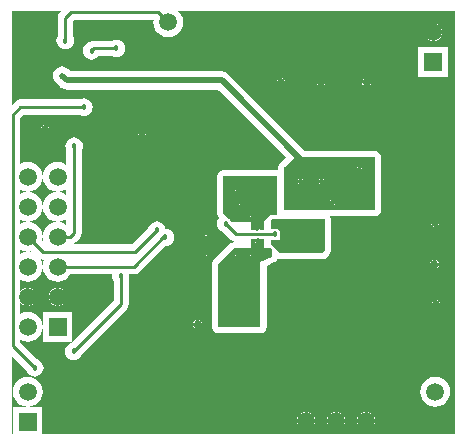
<source format=gbl>
G04 Layer_Physical_Order=2*
G04 Layer_Color=16711680*
%FSLAX44Y44*%
%MOMM*%
G71*
G01*
G75*
%ADD24C,0.2540*%
%ADD25C,0.5080*%
%ADD30C,0.7620*%
%ADD31C,0.4572*%
%ADD32R,1.5000X1.5000*%
%ADD33C,1.5000*%
%ADD34R,1.5000X1.5000*%
%ADD35C,0.5080*%
%ADD36C,0.6000*%
G36*
X382337Y7045D02*
X32646D01*
Y30233D01*
X7486D01*
Y7045D01*
X7045D01*
Y73334D01*
X19026Y61353D01*
X19728Y59658D01*
X20909Y58120D01*
X22447Y56939D01*
X24239Y56197D01*
X26162Y55943D01*
X28085Y56197D01*
X29877Y56939D01*
X31416Y58120D01*
X32596Y59658D01*
X33338Y61450D01*
X33592Y63373D01*
X33338Y65296D01*
X32596Y67088D01*
X31416Y68626D01*
X29877Y69807D01*
X28182Y70509D01*
X13840Y84851D01*
Y87133D01*
X16782Y85915D01*
X20066Y85483D01*
X23350Y85915D01*
X26410Y87182D01*
X29038Y89199D01*
X31055Y91827D01*
X32322Y94887D01*
X32754Y98171D01*
X32322Y101455D01*
X31055Y104515D01*
X29038Y107143D01*
X26410Y109160D01*
X23350Y110427D01*
X20066Y110859D01*
X16782Y110427D01*
X13840Y109209D01*
Y119364D01*
X14717Y118222D01*
X16284Y117020D01*
X18108Y116264D01*
X18796Y116173D01*
Y123571D01*
Y130969D01*
X18108Y130878D01*
X16284Y130122D01*
X14717Y128920D01*
X13840Y127778D01*
Y137933D01*
X16782Y136715D01*
X20066Y136283D01*
X23350Y136715D01*
X26410Y137982D01*
X29038Y139999D01*
X31055Y142627D01*
X32322Y145687D01*
X32754Y148971D01*
X32322Y152255D01*
X31055Y155315D01*
X31038Y155337D01*
X33020Y154943D01*
X34323D01*
X33210Y152255D01*
X32778Y148971D01*
X33210Y145687D01*
X34477Y142627D01*
X36494Y139999D01*
X39122Y137982D01*
X42182Y136715D01*
X45466Y136283D01*
X48750Y136715D01*
X51810Y137982D01*
X54438Y139999D01*
X56355Y142497D01*
X91561D01*
X91376Y141097D01*
X91630Y139174D01*
X92372Y137382D01*
X92840Y136773D01*
Y120157D01*
X57162Y84479D01*
X55467Y83777D01*
X53928Y82597D01*
X52748Y81058D01*
X52006Y79266D01*
X51752Y77343D01*
X52006Y75420D01*
X52748Y73628D01*
X53928Y72090D01*
X55467Y70909D01*
X57259Y70167D01*
X59182Y69913D01*
X61105Y70167D01*
X62897Y70909D01*
X64436Y72090D01*
X65616Y73628D01*
X66318Y75323D01*
X103892Y112897D01*
X105296Y114997D01*
X105788Y117475D01*
Y138706D01*
X105982Y139174D01*
X106236Y141097D01*
X106051Y142497D01*
X109982D01*
X112460Y142989D01*
X114560Y144393D01*
X136607Y166439D01*
X136652Y166433D01*
X138575Y166687D01*
X140367Y167429D01*
X141905Y168610D01*
X143086Y170148D01*
X143828Y171940D01*
X144082Y173863D01*
X143828Y175786D01*
X143086Y177578D01*
X141905Y179116D01*
X140367Y180297D01*
X138575Y181039D01*
X136797Y181273D01*
X136716Y181882D01*
X135974Y183674D01*
X134794Y185212D01*
X133255Y186393D01*
X131463Y187135D01*
X129540Y187389D01*
X127617Y187135D01*
X125825Y186393D01*
X124286Y185212D01*
X123106Y183674D01*
X122404Y181979D01*
X108316Y167891D01*
X56351D01*
X56395Y167948D01*
X58612Y168389D01*
X60712Y169793D01*
X64014Y173095D01*
X65418Y175195D01*
X65910Y177673D01*
Y247461D01*
X66612Y249156D01*
X66866Y251079D01*
X66612Y253002D01*
X65870Y254794D01*
X64689Y256332D01*
X63151Y257513D01*
X61359Y258255D01*
X59436Y258509D01*
X57513Y258255D01*
X55721Y257513D01*
X54183Y256332D01*
X53002Y254794D01*
X52260Y253002D01*
X52006Y251079D01*
X52260Y249156D01*
X52962Y247461D01*
Y235276D01*
X51810Y236160D01*
X48750Y237427D01*
X45466Y237859D01*
X42182Y237427D01*
X39122Y236160D01*
X36494Y234143D01*
X34477Y231515D01*
X33210Y228455D01*
X32778Y225171D01*
X33210Y221887D01*
X34477Y218827D01*
X36494Y216199D01*
X39122Y214182D01*
X42182Y212915D01*
X45466Y212482D01*
X48750Y212915D01*
X51810Y214182D01*
X52962Y215066D01*
Y209876D01*
X51810Y210760D01*
X48750Y212027D01*
X45466Y212460D01*
X42182Y212027D01*
X39122Y210760D01*
X36494Y208743D01*
X34477Y206115D01*
X33210Y203055D01*
X32778Y199771D01*
X33210Y196487D01*
X34477Y193427D01*
X36494Y190799D01*
X39122Y188782D01*
X42182Y187515D01*
X45466Y187083D01*
X48750Y187515D01*
X51810Y188782D01*
X52962Y189666D01*
Y184476D01*
X51810Y185360D01*
X48750Y186627D01*
X45466Y187059D01*
X42182Y186627D01*
X39122Y185360D01*
X36494Y183343D01*
X34477Y180715D01*
X33210Y177655D01*
X32778Y174371D01*
X33210Y171087D01*
X33707Y169886D01*
X32344Y171250D01*
X32754Y174371D01*
X32322Y177655D01*
X31055Y180715D01*
X29038Y183343D01*
X26410Y185360D01*
X23350Y186627D01*
X20066Y187059D01*
X16782Y186627D01*
X13840Y185409D01*
Y188733D01*
X16782Y187515D01*
X20066Y187083D01*
X23350Y187515D01*
X26410Y188782D01*
X29038Y190799D01*
X31055Y193427D01*
X32322Y196487D01*
X32754Y199771D01*
X32322Y203055D01*
X31055Y206115D01*
X29038Y208743D01*
X26410Y210760D01*
X23350Y212027D01*
X20066Y212460D01*
X16782Y212027D01*
X13840Y210809D01*
Y214133D01*
X16782Y212915D01*
X20066Y212482D01*
X23350Y212915D01*
X26410Y214182D01*
X29038Y216199D01*
X31055Y218827D01*
X32322Y221887D01*
X32754Y225171D01*
X32322Y228455D01*
X31055Y231515D01*
X29038Y234143D01*
X26410Y236160D01*
X23350Y237427D01*
X20066Y237859D01*
X16782Y237427D01*
X13840Y236209D01*
Y274813D01*
X16704Y277677D01*
X64148D01*
X65843Y276975D01*
X67766Y276721D01*
X69689Y276975D01*
X71481Y277717D01*
X73019Y278898D01*
X74200Y280436D01*
X74942Y282228D01*
X75195Y284151D01*
X74942Y286074D01*
X74200Y287866D01*
X73019Y289405D01*
X71481Y290585D01*
X69689Y291327D01*
X67766Y291581D01*
X65843Y291327D01*
X64148Y290625D01*
X14022D01*
X11544Y290133D01*
X9444Y288729D01*
X7045Y286331D01*
Y365700D01*
X48569D01*
X47365Y364496D01*
X45961Y362396D01*
X45469Y359918D01*
Y343978D01*
X44767Y342283D01*
X44513Y340360D01*
X44767Y338437D01*
X45509Y336645D01*
X46690Y335107D01*
X48228Y333926D01*
X50020Y333184D01*
X51943Y332930D01*
X53866Y333184D01*
X55658Y333926D01*
X57196Y335107D01*
X58377Y336645D01*
X59119Y338437D01*
X59373Y340360D01*
X59119Y342283D01*
X58417Y343978D01*
Y357236D01*
X59070Y357889D01*
X126755D01*
X126503Y355981D01*
X126936Y352697D01*
X128203Y349637D01*
X130220Y347009D01*
X132848Y344992D01*
X135908Y343725D01*
X139192Y343293D01*
X142476Y343725D01*
X145536Y344992D01*
X148164Y347009D01*
X150181Y349637D01*
X151448Y352697D01*
X151881Y355981D01*
X151448Y359265D01*
X150181Y362325D01*
X148164Y364953D01*
X147191Y365700D01*
X382337D01*
Y7045D01*
D02*
G37*
G36*
X16782Y162115D02*
X20066Y161682D01*
X23187Y162093D01*
X24551Y160730D01*
X23350Y161227D01*
X20066Y161660D01*
X16782Y161227D01*
X13840Y160009D01*
Y163333D01*
X16782Y162115D01*
D02*
G37*
%LPC*%
G36*
X172092Y363481D02*
X165862D01*
Y357251D01*
X172092D01*
Y363481D01*
D02*
G37*
G36*
X163322D02*
X157092D01*
Y357251D01*
X163322D01*
Y363481D01*
D02*
G37*
G36*
X364744Y354996D02*
Y348869D01*
X370872D01*
X370781Y349557D01*
X370025Y351381D01*
X368823Y352948D01*
X367256Y354150D01*
X365432Y354906D01*
X364744Y354996D01*
D02*
G37*
G36*
X362204D02*
X361516Y354906D01*
X359692Y354150D01*
X358125Y352948D01*
X356923Y351381D01*
X356167Y349557D01*
X356077Y348869D01*
X362204D01*
Y354996D01*
D02*
G37*
G36*
X172092Y354711D02*
X165862D01*
Y348481D01*
X172092D01*
Y354711D01*
D02*
G37*
G36*
X163322D02*
X157092D01*
Y348481D01*
X163322D01*
Y354711D01*
D02*
G37*
G36*
X370872Y346329D02*
X364744D01*
Y340201D01*
X365432Y340292D01*
X367256Y341048D01*
X368823Y342250D01*
X370025Y343817D01*
X370781Y345641D01*
X370872Y346329D01*
D02*
G37*
G36*
X362204D02*
X356077D01*
X356167Y345641D01*
X356923Y343817D01*
X358125Y342250D01*
X359692Y341048D01*
X361516Y340292D01*
X362204Y340201D01*
Y346329D01*
D02*
G37*
G36*
X95250Y341313D02*
X93327Y341059D01*
X91632Y340357D01*
X76200D01*
X73722Y339865D01*
X72524Y339064D01*
X72245Y339027D01*
X70453Y338285D01*
X68914Y337104D01*
X67734Y335566D01*
X66992Y333774D01*
X66738Y331851D01*
X66992Y329928D01*
X67734Y328136D01*
X68914Y326598D01*
X70453Y325417D01*
X72245Y324675D01*
X74168Y324421D01*
X76091Y324675D01*
X77883Y325417D01*
X79422Y326598D01*
X80044Y327409D01*
X91632D01*
X93327Y326707D01*
X95250Y326453D01*
X97173Y326707D01*
X98965Y327449D01*
X100504Y328629D01*
X101684Y330168D01*
X102426Y331960D01*
X102680Y333883D01*
X102426Y335806D01*
X101684Y337598D01*
X100504Y339137D01*
X98965Y340317D01*
X97173Y341059D01*
X95250Y341313D01*
D02*
G37*
G36*
X46736Y326767D02*
Y326136D01*
X47367D01*
X47114Y326514D01*
X46736Y326767D01*
D02*
G37*
G36*
X44196D02*
X43818Y326514D01*
X43565Y326136D01*
X44196D01*
Y326767D01*
D02*
G37*
G36*
X47367Y323596D02*
X46736D01*
Y322965D01*
X47114Y323218D01*
X47367Y323596D01*
D02*
G37*
G36*
X44196D02*
X43565D01*
X43818Y323218D01*
X44196Y322965D01*
Y323596D01*
D02*
G37*
G36*
X376054Y334779D02*
X350894D01*
Y309619D01*
X376054D01*
Y334779D01*
D02*
G37*
G36*
X308356Y309067D02*
Y306705D01*
X310718D01*
X310675Y306922D01*
X309833Y308182D01*
X308573Y309024D01*
X308356Y309067D01*
D02*
G37*
G36*
X305816D02*
X305599Y309024D01*
X304339Y308182D01*
X303497Y306922D01*
X303454Y306705D01*
X305816D01*
Y309067D01*
D02*
G37*
G36*
X269621D02*
Y306705D01*
X271983D01*
X271940Y306922D01*
X271098Y308182D01*
X269838Y309024D01*
X269621Y309067D01*
D02*
G37*
G36*
X267081D02*
X266864Y309024D01*
X265604Y308182D01*
X264762Y306922D01*
X264719Y306705D01*
X267081D01*
Y309067D01*
D02*
G37*
G36*
X235712Y308559D02*
Y306197D01*
X238074D01*
X238031Y306414D01*
X237189Y307674D01*
X235929Y308516D01*
X235712Y308559D01*
D02*
G37*
G36*
X233172D02*
X232955Y308516D01*
X231695Y307674D01*
X230853Y306414D01*
X230810Y306197D01*
X233172D01*
Y308559D01*
D02*
G37*
G36*
X310718Y304165D02*
X308356D01*
Y301803D01*
X308573Y301846D01*
X309833Y302688D01*
X310675Y303948D01*
X310718Y304165D01*
D02*
G37*
G36*
X305816D02*
X303454D01*
X303497Y303948D01*
X304339Y302688D01*
X305599Y301846D01*
X305816Y301803D01*
Y304165D01*
D02*
G37*
G36*
X271983D02*
X269621D01*
Y301803D01*
X269838Y301846D01*
X271098Y302688D01*
X271940Y303948D01*
X271983Y304165D01*
D02*
G37*
G36*
X267081D02*
X264719D01*
X264762Y303948D01*
X265604Y302688D01*
X266864Y301846D01*
X267081Y301803D01*
Y304165D01*
D02*
G37*
G36*
X238074Y303657D02*
X235712D01*
Y301295D01*
X235929Y301338D01*
X237189Y302180D01*
X238031Y303440D01*
X238074Y303657D01*
D02*
G37*
G36*
X233172D02*
X230810D01*
X230853Y303440D01*
X231695Y302180D01*
X232955Y301338D01*
X233172Y301295D01*
Y303657D01*
D02*
G37*
G36*
X36068Y268681D02*
Y266319D01*
X38430D01*
X38387Y266536D01*
X37545Y267796D01*
X36285Y268638D01*
X36068Y268681D01*
D02*
G37*
G36*
X33528D02*
X33311Y268638D01*
X32051Y267796D01*
X31209Y266536D01*
X31166Y266319D01*
X33528D01*
Y268681D01*
D02*
G37*
G36*
X118237Y266649D02*
Y264287D01*
X120599D01*
X120556Y264504D01*
X119714Y265764D01*
X118454Y266606D01*
X118237Y266649D01*
D02*
G37*
G36*
X115697D02*
X115480Y266606D01*
X114220Y265764D01*
X113378Y264504D01*
X113335Y264287D01*
X115697D01*
Y266649D01*
D02*
G37*
G36*
X38430Y263779D02*
X36068D01*
Y261417D01*
X36285Y261460D01*
X37545Y262302D01*
X38387Y263562D01*
X38430Y263779D01*
D02*
G37*
G36*
X33528D02*
X31166D01*
X31209Y263562D01*
X32051Y262302D01*
X33311Y261460D01*
X33528Y261417D01*
Y263779D01*
D02*
G37*
G36*
X120599Y261747D02*
X118237D01*
Y259385D01*
X118454Y259428D01*
X119714Y260270D01*
X120556Y261530D01*
X120599Y261747D01*
D02*
G37*
G36*
X115697D02*
X113335D01*
X113378Y261530D01*
X114220Y260270D01*
X115480Y259428D01*
X115697Y259385D01*
Y261747D01*
D02*
G37*
G36*
X49142Y318589D02*
X47153Y318327D01*
X45299Y317559D01*
X43707Y316338D01*
X42486Y314746D01*
X41718Y312892D01*
X41456Y310903D01*
X41718Y308914D01*
X42486Y307060D01*
X43707Y305468D01*
X47905Y301270D01*
X47905Y301270D01*
X48597Y300740D01*
X49497Y300049D01*
X51351Y299281D01*
X53340Y299019D01*
X53340Y299019D01*
X181220D01*
X238680Y241560D01*
X234081Y236961D01*
X233827Y236707D01*
X232705Y235027D01*
X232311Y233045D01*
Y230422D01*
X231394Y230604D01*
X185870D01*
X183888Y230210D01*
X182208Y229088D01*
X181085Y227407D01*
X180690Y225425D01*
X180690Y194241D01*
D01*
Y194241D01*
X181085Y192259D01*
X181535Y191586D01*
X182208Y190578D01*
X182208Y190578D01*
X182250Y190536D01*
X181272Y189262D01*
X180530Y187470D01*
X180276Y185547D01*
X180530Y183624D01*
X181272Y181832D01*
X182453Y180294D01*
X183991Y179113D01*
X185686Y178411D01*
X192272Y171825D01*
X194372Y170421D01*
X196850Y169929D01*
X204116D01*
Y169645D01*
X194564D01*
X192582Y169250D01*
X190902Y168127D01*
X177948Y155174D01*
X176825Y153493D01*
X176430Y151511D01*
Y97790D01*
X176825Y95808D01*
X177948Y94128D01*
X179628Y93005D01*
X181610Y92611D01*
X217170D01*
X219152Y93005D01*
X220833Y94128D01*
X221955Y95808D01*
X222349Y97790D01*
Y149678D01*
X228937Y152625D01*
X229703Y153168D01*
X230485Y153691D01*
X230525Y153752D01*
X230585Y153794D01*
X231085Y154590D01*
X231607Y155371D01*
X231622Y155443D01*
X231661Y155506D01*
X231689Y155669D01*
X232664Y155476D01*
X269494D01*
X271476Y155870D01*
X273157Y156993D01*
X275189Y159024D01*
X276311Y160705D01*
X276705Y162687D01*
Y189611D01*
X276311Y191593D01*
X276005Y192052D01*
X311792D01*
X311962Y191938D01*
X313944Y191544D01*
X315926Y191938D01*
X317607Y193060D01*
X317861Y193314D01*
X318983Y194995D01*
X319377Y196977D01*
Y241935D01*
X318983Y243917D01*
X317861Y245597D01*
X316180Y246720D01*
X314198Y247115D01*
X254864D01*
X189839Y312140D01*
X188247Y313361D01*
X187704Y313586D01*
X186393Y314129D01*
X184404Y314391D01*
X56524D01*
X54577Y316338D01*
X52985Y317559D01*
X51131Y318327D01*
X49142Y318589D01*
D02*
G37*
G36*
X366395Y190322D02*
Y187960D01*
X368757D01*
X368714Y188177D01*
X367872Y189437D01*
X366612Y190279D01*
X366395Y190322D01*
D02*
G37*
G36*
X363855D02*
X363638Y190279D01*
X362378Y189437D01*
X361536Y188177D01*
X361493Y187960D01*
X363855D01*
Y190322D01*
D02*
G37*
G36*
X368757Y185420D02*
X366395D01*
Y183058D01*
X366612Y183101D01*
X367872Y183943D01*
X368714Y185203D01*
X368757Y185420D01*
D02*
G37*
G36*
X363855D02*
X361493D01*
X361536Y185203D01*
X362378Y183943D01*
X363638Y183101D01*
X363855Y183058D01*
Y185420D01*
D02*
G37*
G36*
X170180Y180179D02*
Y178689D01*
X171670D01*
X171073Y179582D01*
X170180Y180179D01*
D02*
G37*
G36*
X167640D02*
X166747Y179582D01*
X166150Y178689D01*
X167640D01*
Y180179D01*
D02*
G37*
G36*
X171670Y176149D02*
X170180D01*
Y174660D01*
X171073Y175256D01*
X171670Y176149D01*
D02*
G37*
G36*
X167640D02*
X166150D01*
X166747Y175256D01*
X167640Y174660D01*
Y176149D01*
D02*
G37*
G36*
X180095Y162048D02*
Y161417D01*
X180725D01*
X180473Y161795D01*
X180095Y162048D01*
D02*
G37*
G36*
X177554D02*
X177176Y161795D01*
X176924Y161417D01*
X177554D01*
Y162048D01*
D02*
G37*
G36*
X171073D02*
Y161417D01*
X171704D01*
X171451Y161795D01*
X171073Y162048D01*
D02*
G37*
G36*
X168533D02*
X168155Y161795D01*
X167903Y161417D01*
X168533D01*
Y162048D01*
D02*
G37*
G36*
X180725Y158877D02*
X180095D01*
Y158246D01*
X180473Y158499D01*
X180725Y158877D01*
D02*
G37*
G36*
X177554D02*
X176924D01*
X177176Y158499D01*
X177554Y158246D01*
Y158877D01*
D02*
G37*
G36*
X171704D02*
X171073D01*
Y158246D01*
X171451Y158499D01*
X171704Y158877D01*
D02*
G37*
G36*
X168533D02*
X167903D01*
X168155Y158499D01*
X168533Y158246D01*
Y158877D01*
D02*
G37*
G36*
X170819Y153920D02*
Y153289D01*
X171450D01*
X171197Y153667D01*
X170819Y153920D01*
D02*
G37*
G36*
X168279D02*
X167901Y153667D01*
X167649Y153289D01*
X168279D01*
Y153920D01*
D02*
G37*
G36*
X365633Y154381D02*
Y152019D01*
X367995D01*
X367952Y152236D01*
X367110Y153496D01*
X365850Y154338D01*
X365633Y154381D01*
D02*
G37*
G36*
X363093D02*
X362876Y154338D01*
X361616Y153496D01*
X360774Y152236D01*
X360731Y152019D01*
X363093D01*
Y154381D01*
D02*
G37*
G36*
X171450Y150749D02*
X170819D01*
Y150118D01*
X171197Y150371D01*
X171450Y150749D01*
D02*
G37*
G36*
X168279D02*
X167649D01*
X167901Y150371D01*
X168279Y150118D01*
Y150749D01*
D02*
G37*
G36*
X367995Y149479D02*
X365633D01*
Y147117D01*
X365850Y147160D01*
X367110Y148002D01*
X367952Y149262D01*
X367995Y149479D01*
D02*
G37*
G36*
X363093D02*
X360731D01*
X360774Y149262D01*
X361616Y148002D01*
X362876Y147160D01*
X363093Y147117D01*
Y149479D01*
D02*
G37*
G36*
X171073Y145538D02*
Y144907D01*
X171704D01*
X171451Y145285D01*
X171073Y145538D01*
D02*
G37*
G36*
X168533D02*
X168155Y145285D01*
X167903Y144907D01*
X168533D01*
Y145538D01*
D02*
G37*
G36*
X171704Y142367D02*
X171073D01*
Y141736D01*
X171451Y141989D01*
X171704Y142367D01*
D02*
G37*
G36*
X168533D02*
X167903D01*
X168155Y141989D01*
X168533Y141736D01*
Y142367D01*
D02*
G37*
G36*
X46736Y130969D02*
Y124841D01*
X52863D01*
X52773Y125529D01*
X52017Y127353D01*
X50815Y128920D01*
X49248Y130122D01*
X47424Y130878D01*
X46736Y130969D01*
D02*
G37*
G36*
X21336D02*
Y124841D01*
X27464D01*
X27373Y125529D01*
X26617Y127353D01*
X25415Y128920D01*
X23848Y130122D01*
X22024Y130878D01*
X21336Y130969D01*
D02*
G37*
G36*
X44196D02*
X43508Y130878D01*
X41684Y130122D01*
X40117Y128920D01*
X38915Y127353D01*
X38159Y125529D01*
X38068Y124841D01*
X44196D01*
Y130969D01*
D02*
G37*
G36*
X367030Y120599D02*
Y118237D01*
X369392D01*
X369349Y118454D01*
X368507Y119714D01*
X367247Y120556D01*
X367030Y120599D01*
D02*
G37*
G36*
X364490D02*
X364273Y120556D01*
X363013Y119714D01*
X362171Y118454D01*
X362128Y118237D01*
X364490D01*
Y120599D01*
D02*
G37*
G36*
X52863Y122301D02*
X46736D01*
Y116173D01*
X47424Y116264D01*
X49248Y117020D01*
X50815Y118222D01*
X52017Y119789D01*
X52773Y121613D01*
X52863Y122301D01*
D02*
G37*
G36*
X27464D02*
X21336D01*
Y116173D01*
X22024Y116264D01*
X23848Y117020D01*
X25415Y118222D01*
X26617Y119789D01*
X27373Y121613D01*
X27464Y122301D01*
D02*
G37*
G36*
X44196D02*
X38068D01*
X38159Y121613D01*
X38915Y119789D01*
X40117Y118222D01*
X41684Y117020D01*
X43508Y116264D01*
X44196Y116173D01*
Y122301D01*
D02*
G37*
G36*
X369392Y115697D02*
X367030D01*
Y113335D01*
X367247Y113378D01*
X368507Y114220D01*
X369349Y115480D01*
X369392Y115697D01*
D02*
G37*
G36*
X364490D02*
X362128D01*
X362171Y115480D01*
X363013Y114220D01*
X364273Y113378D01*
X364490Y113335D01*
Y115697D01*
D02*
G37*
G36*
X165227Y103708D02*
Y101346D01*
X167589D01*
X167546Y101563D01*
X166704Y102823D01*
X165444Y103665D01*
X165227Y103708D01*
D02*
G37*
G36*
X162687D02*
X162470Y103665D01*
X161210Y102823D01*
X160368Y101563D01*
X160325Y101346D01*
X162687D01*
Y103708D01*
D02*
G37*
G36*
X167589Y98806D02*
X165227D01*
Y96444D01*
X165444Y96487D01*
X166704Y97329D01*
X167546Y98589D01*
X167589Y98806D01*
D02*
G37*
G36*
X162687D02*
X160325D01*
X160368Y98589D01*
X161210Y97329D01*
X162470Y96487D01*
X162687Y96444D01*
Y98806D01*
D02*
G37*
G36*
X58046Y110751D02*
X32886D01*
Y85591D01*
X58046D01*
Y110751D01*
D02*
G37*
G36*
X365252Y55995D02*
X361968Y55563D01*
X358908Y54296D01*
X356280Y52279D01*
X354263Y49651D01*
X352996Y46591D01*
X352564Y43307D01*
X352996Y40023D01*
X354263Y36963D01*
X356280Y34335D01*
X358908Y32318D01*
X361968Y31051D01*
X365252Y30619D01*
X368536Y31051D01*
X371596Y32318D01*
X374224Y34335D01*
X376241Y36963D01*
X377508Y40023D01*
X377940Y43307D01*
X377508Y46591D01*
X376241Y49651D01*
X374224Y52279D01*
X371596Y54296D01*
X368536Y55563D01*
X365252Y55995D01*
D02*
G37*
G36*
X20066Y55742D02*
X16782Y55309D01*
X13722Y54042D01*
X11094Y52025D01*
X9077Y49397D01*
X7810Y46337D01*
X7377Y43053D01*
X7810Y39769D01*
X9077Y36709D01*
X11094Y34081D01*
X13722Y32064D01*
X16782Y30797D01*
X20066Y30364D01*
X23350Y30797D01*
X26410Y32064D01*
X29038Y34081D01*
X31055Y36709D01*
X32322Y39769D01*
X32754Y43053D01*
X32322Y46337D01*
X31055Y49397D01*
X29038Y52025D01*
X26410Y54042D01*
X23350Y55309D01*
X20066Y55742D01*
D02*
G37*
G36*
X307848Y26067D02*
Y19939D01*
X313976D01*
X313885Y20627D01*
X313129Y22451D01*
X311927Y24018D01*
X310360Y25220D01*
X308536Y25976D01*
X307848Y26067D01*
D02*
G37*
G36*
X305308D02*
X304620Y25976D01*
X302796Y25220D01*
X301229Y24018D01*
X300027Y22451D01*
X299271Y20627D01*
X299181Y19939D01*
X305308D01*
Y26067D01*
D02*
G37*
G36*
X282448D02*
Y19939D01*
X288575D01*
X288485Y20627D01*
X287729Y22451D01*
X286527Y24018D01*
X284960Y25220D01*
X283136Y25976D01*
X282448Y26067D01*
D02*
G37*
G36*
X279908D02*
X279220Y25976D01*
X277396Y25220D01*
X275829Y24018D01*
X274627Y22451D01*
X273871Y20627D01*
X273780Y19939D01*
X279908D01*
Y26067D01*
D02*
G37*
G36*
X257048D02*
Y19939D01*
X263176D01*
X263085Y20627D01*
X262329Y22451D01*
X261127Y24018D01*
X259560Y25220D01*
X257736Y25976D01*
X257048Y26067D01*
D02*
G37*
G36*
X254508D02*
X253820Y25976D01*
X251996Y25220D01*
X250429Y24018D01*
X249227Y22451D01*
X248471Y20627D01*
X248381Y19939D01*
X254508D01*
Y26067D01*
D02*
G37*
G36*
X237878Y26169D02*
X231648D01*
Y19939D01*
X237878D01*
Y26169D01*
D02*
G37*
G36*
X229108D02*
X222878D01*
Y19939D01*
X229108D01*
Y26169D01*
D02*
G37*
G36*
X372752Y25407D02*
X366522D01*
Y19177D01*
X372752D01*
Y25407D01*
D02*
G37*
G36*
X363982D02*
X357752D01*
Y19177D01*
X363982D01*
Y25407D01*
D02*
G37*
G36*
X313976Y17399D02*
X307848D01*
Y11272D01*
X308536Y11362D01*
X310360Y12118D01*
X311927Y13320D01*
X313129Y14887D01*
X313885Y16711D01*
X313976Y17399D01*
D02*
G37*
G36*
X305308D02*
X299181D01*
X299271Y16711D01*
X300027Y14887D01*
X301229Y13320D01*
X302796Y12118D01*
X304620Y11362D01*
X305308Y11272D01*
Y17399D01*
D02*
G37*
G36*
X288575D02*
X282448D01*
Y11272D01*
X283136Y11362D01*
X284960Y12118D01*
X286527Y13320D01*
X287729Y14887D01*
X288485Y16711D01*
X288575Y17399D01*
D02*
G37*
G36*
X279908D02*
X273780D01*
X273871Y16711D01*
X274627Y14887D01*
X275829Y13320D01*
X277396Y12118D01*
X279220Y11362D01*
X279908Y11272D01*
Y17399D01*
D02*
G37*
G36*
X263176D02*
X257048D01*
Y11272D01*
X257736Y11362D01*
X259560Y12118D01*
X261127Y13320D01*
X262329Y14887D01*
X263085Y16711D01*
X263176Y17399D01*
D02*
G37*
G36*
X254508D02*
X248381D01*
X248471Y16711D01*
X249227Y14887D01*
X250429Y13320D01*
X251996Y12118D01*
X253820Y11362D01*
X254508Y11272D01*
Y17399D01*
D02*
G37*
G36*
X237878D02*
X231648D01*
Y11169D01*
X237878D01*
Y17399D01*
D02*
G37*
G36*
X229108D02*
X222878D01*
Y11169D01*
X229108D01*
Y17399D01*
D02*
G37*
G36*
X372752Y16637D02*
X366522D01*
Y10407D01*
X372752D01*
Y16637D01*
D02*
G37*
G36*
X363982D02*
X357752D01*
Y10407D01*
X363982D01*
Y16637D01*
D02*
G37*
%LPD*%
G36*
X314198Y196977D02*
X313944Y196723D01*
X313436Y197231D01*
X237490D01*
Y197485D01*
Y233045D01*
X237744Y233299D01*
X246380Y241935D01*
X314198D01*
Y196977D01*
D02*
G37*
G36*
X231394Y192659D02*
X225044D01*
X219964Y187579D01*
X220130Y187413D01*
Y180288D01*
X216295D01*
X216531Y180641D01*
X212729D01*
X212965Y180288D01*
X209130D01*
Y185103D01*
X209042Y187071D01*
X193040D01*
X191388Y188723D01*
X191185Y189026D01*
X190882Y189229D01*
X185870Y194241D01*
X185870Y225425D01*
X231394D01*
X231394Y192659D01*
D02*
G37*
G36*
X220130Y167703D02*
Y164553D01*
X225942Y164477D01*
X226822Y163596D01*
Y157353D01*
X217170Y153035D01*
Y97790D01*
X181610D01*
Y151511D01*
X194564Y164465D01*
X209296D01*
Y167537D01*
Y172518D01*
X213192D01*
X213109Y172463D01*
X212856Y172085D01*
X216658D01*
X216405Y172463D01*
X216322Y172518D01*
X220130D01*
Y167703D01*
D02*
G37*
G36*
X271526Y162687D02*
X269494Y160655D01*
X232664D01*
Y161417D01*
X226060Y168021D01*
Y171577D01*
X228633D01*
X229108Y171483D01*
X229583Y171577D01*
X233426D01*
Y172085D01*
Y174179D01*
X233654Y174520D01*
X234028Y176403D01*
X233654Y178286D01*
X233426Y178627D01*
Y179451D01*
X232664Y180213D01*
X231648Y181229D01*
X229583D01*
X229108Y181324D01*
X228633Y181229D01*
X225806D01*
Y188087D01*
X226060Y188341D01*
X227330Y189611D01*
X271526D01*
Y162687D01*
D02*
G37*
%LPC*%
G36*
X302514Y236521D02*
Y235585D01*
X303450D01*
X303075Y236146D01*
X302514Y236521D01*
D02*
G37*
G36*
X299974D02*
X299413Y236146D01*
X299038Y235585D01*
X299974D01*
Y236521D01*
D02*
G37*
G36*
X303450Y233045D02*
X302514D01*
Y232109D01*
X303075Y232484D01*
X303450Y233045D01*
D02*
G37*
G36*
X299974D02*
X299038D01*
X299413Y232484D01*
X299974Y232109D01*
Y233045D01*
D02*
G37*
G36*
X270256Y223313D02*
Y222377D01*
X271192D01*
X270817Y222938D01*
X270256Y223313D01*
D02*
G37*
G36*
X267716D02*
X267155Y222938D01*
X266780Y222377D01*
X267716D01*
Y223313D01*
D02*
G37*
G36*
X252476D02*
Y222377D01*
X253412D01*
X253037Y222938D01*
X252476Y223313D01*
D02*
G37*
G36*
X249936D02*
X249375Y222938D01*
X249000Y222377D01*
X249936D01*
Y223313D01*
D02*
G37*
G36*
X271192Y219837D02*
X270256D01*
Y218901D01*
X270817Y219276D01*
X271192Y219837D01*
D02*
G37*
G36*
X267716D02*
X266780D01*
X267155Y219276D01*
X267716Y218901D01*
Y219837D01*
D02*
G37*
G36*
X253412D02*
X252476D01*
Y218901D01*
X253037Y219276D01*
X253412Y219837D01*
D02*
G37*
G36*
X249936D02*
X249000D01*
X249375Y219276D01*
X249936Y218901D01*
Y219837D01*
D02*
G37*
G36*
X279146Y205533D02*
Y204597D01*
X280082D01*
X279707Y205158D01*
X279146Y205533D01*
D02*
G37*
G36*
X276606D02*
X276045Y205158D01*
X275670Y204597D01*
X276606D01*
Y205533D01*
D02*
G37*
G36*
X280082Y202057D02*
X279146D01*
Y201121D01*
X279707Y201496D01*
X280082Y202057D01*
D02*
G37*
G36*
X276606D02*
X275670D01*
X276045Y201496D01*
X276606Y201121D01*
Y202057D01*
D02*
G37*
G36*
X223520Y217420D02*
Y216789D01*
X224151D01*
X223898Y217167D01*
X223520Y217420D01*
D02*
G37*
G36*
X220980D02*
X220602Y217167D01*
X220349Y216789D01*
X220980D01*
Y217420D01*
D02*
G37*
G36*
X210820D02*
Y216789D01*
X211451D01*
X211198Y217167D01*
X210820Y217420D01*
D02*
G37*
G36*
X208280D02*
X207902Y217167D01*
X207649Y216789D01*
X208280D01*
Y217420D01*
D02*
G37*
G36*
X198882Y217166D02*
Y216535D01*
X199513D01*
X199260Y216913D01*
X198882Y217166D01*
D02*
G37*
G36*
X196342D02*
X195964Y216913D01*
X195711Y216535D01*
X196342D01*
Y217166D01*
D02*
G37*
G36*
X224151Y214249D02*
X223520D01*
Y213618D01*
X223898Y213871D01*
X224151Y214249D01*
D02*
G37*
G36*
X220980D02*
X220349D01*
X220602Y213871D01*
X220980Y213618D01*
Y214249D01*
D02*
G37*
G36*
X211451D02*
X210820D01*
Y213618D01*
X211198Y213871D01*
X211451Y214249D01*
D02*
G37*
G36*
X208280D02*
X207649D01*
X207902Y213871D01*
X208280Y213618D01*
Y214249D01*
D02*
G37*
G36*
X199513Y213995D02*
X198882D01*
Y213364D01*
X199260Y213617D01*
X199513Y213995D01*
D02*
G37*
G36*
X196342D02*
X195711D01*
X195964Y213617D01*
X196342Y213364D01*
Y213995D01*
D02*
G37*
G36*
X224028Y205736D02*
Y205105D01*
X224659D01*
X224406Y205483D01*
X224028Y205736D01*
D02*
G37*
G36*
X221488D02*
X221110Y205483D01*
X220857Y205105D01*
X221488D01*
Y205736D01*
D02*
G37*
G36*
X211328D02*
Y205105D01*
X211959D01*
X211706Y205483D01*
X211328Y205736D01*
D02*
G37*
G36*
X208788D02*
X208410Y205483D01*
X208157Y205105D01*
X208788D01*
Y205736D01*
D02*
G37*
G36*
X199390Y205482D02*
Y204851D01*
X200021D01*
X199768Y205229D01*
X199390Y205482D01*
D02*
G37*
G36*
X196850D02*
X196472Y205229D01*
X196219Y204851D01*
X196850D01*
Y205482D01*
D02*
G37*
G36*
X224659Y202565D02*
X224028D01*
Y201934D01*
X224406Y202187D01*
X224659Y202565D01*
D02*
G37*
G36*
X221488D02*
X220857D01*
X221110Y202187D01*
X221488Y201934D01*
Y202565D01*
D02*
G37*
G36*
X211959D02*
X211328D01*
Y201934D01*
X211706Y202187D01*
X211959Y202565D01*
D02*
G37*
G36*
X208788D02*
X208157D01*
X208410Y202187D01*
X208788Y201934D01*
Y202565D01*
D02*
G37*
G36*
X200021Y202311D02*
X199390D01*
Y201680D01*
X199768Y201933D01*
X200021Y202311D01*
D02*
G37*
G36*
X196850D02*
X196219D01*
X196472Y201933D01*
X196850Y201680D01*
Y202311D01*
D02*
G37*
G36*
X199390Y195830D02*
Y195199D01*
X200021D01*
X199768Y195577D01*
X199390Y195830D01*
D02*
G37*
G36*
X196850D02*
X196472Y195577D01*
X196219Y195199D01*
X196850D01*
Y195830D01*
D02*
G37*
G36*
X221488Y195576D02*
Y194945D01*
X222119D01*
X221866Y195323D01*
X221488Y195576D01*
D02*
G37*
G36*
X218948D02*
X218570Y195323D01*
X218317Y194945D01*
X218948D01*
Y195576D01*
D02*
G37*
G36*
X211328Y195322D02*
Y194691D01*
X211959D01*
X211706Y195069D01*
X211328Y195322D01*
D02*
G37*
G36*
X208788D02*
X208410Y195069D01*
X208157Y194691D01*
X208788D01*
Y195322D01*
D02*
G37*
G36*
X200021Y192659D02*
X199390D01*
Y192028D01*
X199768Y192281D01*
X200021Y192659D01*
D02*
G37*
G36*
X196850D02*
X196219D01*
X196472Y192281D01*
X196850Y192028D01*
Y192659D01*
D02*
G37*
G36*
X222119Y192405D02*
X221488D01*
Y191774D01*
X221866Y192027D01*
X222119Y192405D01*
D02*
G37*
G36*
X218948D02*
X218317D01*
X218570Y192027D01*
X218948Y191774D01*
Y192405D01*
D02*
G37*
G36*
X211959Y192151D02*
X211328D01*
Y191520D01*
X211706Y191773D01*
X211959Y192151D01*
D02*
G37*
G36*
X208788D02*
X208157D01*
X208410Y191773D01*
X208788Y191520D01*
Y192151D01*
D02*
G37*
G36*
X215900Y183812D02*
Y183181D01*
X216531D01*
X216278Y183559D01*
X215900Y183812D01*
D02*
G37*
G36*
X213360D02*
X212982Y183559D01*
X212729Y183181D01*
X213360D01*
Y183812D01*
D02*
G37*
G36*
X216658Y169545D02*
X216027D01*
Y168914D01*
X216405Y169167D01*
X216658Y169545D01*
D02*
G37*
G36*
X213487D02*
X212856D01*
X213109Y169167D01*
X213487Y168914D01*
Y169545D01*
D02*
G37*
G36*
X223266Y162556D02*
Y161925D01*
X223897D01*
X223644Y162303D01*
X223266Y162556D01*
D02*
G37*
G36*
X220726D02*
X220348Y162303D01*
X220095Y161925D01*
X220726D01*
Y162556D01*
D02*
G37*
G36*
X211836Y162048D02*
Y161417D01*
X212467D01*
X212214Y161795D01*
X211836Y162048D01*
D02*
G37*
G36*
X209296D02*
X208918Y161795D01*
X208665Y161417D01*
X209296D01*
Y162048D01*
D02*
G37*
G36*
X199136D02*
Y161417D01*
X199767D01*
X199514Y161795D01*
X199136Y162048D01*
D02*
G37*
G36*
X196596D02*
X196218Y161795D01*
X195965Y161417D01*
X196596D01*
Y162048D01*
D02*
G37*
G36*
X223897Y159385D02*
X223266D01*
Y158754D01*
X223644Y159007D01*
X223897Y159385D01*
D02*
G37*
G36*
X220726D02*
X220095D01*
X220348Y159007D01*
X220726Y158754D01*
Y159385D01*
D02*
G37*
G36*
X212467Y158877D02*
X211836D01*
Y158246D01*
X212214Y158499D01*
X212467Y158877D01*
D02*
G37*
G36*
X209296D02*
X208665D01*
X208918Y158499D01*
X209296Y158246D01*
Y158877D01*
D02*
G37*
G36*
X199767D02*
X199136D01*
Y158246D01*
X199514Y158499D01*
X199767Y158877D01*
D02*
G37*
G36*
X196596D02*
X195965D01*
X196218Y158499D01*
X196596Y158246D01*
Y158877D01*
D02*
G37*
G36*
X191901Y153412D02*
Y152781D01*
X192532D01*
X192279Y153159D01*
X191901Y153412D01*
D02*
G37*
G36*
X189361D02*
X188983Y153159D01*
X188731Y152781D01*
X189361D01*
Y153412D01*
D02*
G37*
G36*
X192532Y150241D02*
X191901D01*
Y149610D01*
X192279Y149863D01*
X192532Y150241D01*
D02*
G37*
G36*
X189361D02*
X188731D01*
X188983Y149863D01*
X189361Y149610D01*
Y150241D01*
D02*
G37*
G36*
X191901Y142490D02*
Y141859D01*
X192532D01*
X192279Y142237D01*
X191901Y142490D01*
D02*
G37*
G36*
X189361D02*
X188983Y142237D01*
X188731Y141859D01*
X189361D01*
Y142490D01*
D02*
G37*
G36*
X192532Y139319D02*
X191901D01*
Y138688D01*
X192279Y138941D01*
X192532Y139319D01*
D02*
G37*
G36*
X189361D02*
X188731D01*
X188983Y138941D01*
X189361Y138688D01*
Y139319D01*
D02*
G37*
G36*
X191901Y131314D02*
Y130683D01*
X192532D01*
X192279Y131061D01*
X191901Y131314D01*
D02*
G37*
G36*
X189361D02*
X188983Y131061D01*
X188731Y130683D01*
X189361D01*
Y131314D01*
D02*
G37*
G36*
X192532Y128143D02*
X191901D01*
Y127512D01*
X192279Y127765D01*
X192532Y128143D01*
D02*
G37*
G36*
X189361D02*
X188731D01*
X188983Y127765D01*
X189361Y127512D01*
Y128143D01*
D02*
G37*
G36*
X266954Y166620D02*
Y165989D01*
X267585D01*
X267332Y166367D01*
X266954Y166620D01*
D02*
G37*
G36*
X264414D02*
X264036Y166367D01*
X263783Y165989D01*
X264414D01*
Y166620D01*
D02*
G37*
G36*
X258064D02*
Y165989D01*
X258695D01*
X258442Y166367D01*
X258064Y166620D01*
D02*
G37*
G36*
X255524D02*
X255146Y166367D01*
X254893Y165989D01*
X255524D01*
Y166620D01*
D02*
G37*
G36*
X248920D02*
Y165989D01*
X249551D01*
X249298Y166367D01*
X248920Y166620D01*
D02*
G37*
G36*
X246380D02*
X246002Y166367D01*
X245749Y165989D01*
X246380D01*
Y166620D01*
D02*
G37*
G36*
X237998D02*
Y165989D01*
X238629D01*
X238376Y166367D01*
X237998Y166620D01*
D02*
G37*
G36*
X235458D02*
X235080Y166367D01*
X234827Y165989D01*
X235458D01*
Y166620D01*
D02*
G37*
G36*
X267585Y163449D02*
X266954D01*
Y162818D01*
X267332Y163071D01*
X267585Y163449D01*
D02*
G37*
G36*
X264414D02*
X263783D01*
X264036Y163071D01*
X264414Y162818D01*
Y163449D01*
D02*
G37*
G36*
X258695D02*
X258064D01*
Y162818D01*
X258442Y163071D01*
X258695Y163449D01*
D02*
G37*
G36*
X255524D02*
X254893D01*
X255146Y163071D01*
X255524Y162818D01*
Y163449D01*
D02*
G37*
G36*
X249551D02*
X248920D01*
Y162818D01*
X249298Y163071D01*
X249551Y163449D01*
D02*
G37*
G36*
X246380D02*
X245749D01*
X246002Y163071D01*
X246380Y162818D01*
Y163449D01*
D02*
G37*
G36*
X238629D02*
X237998D01*
Y162818D01*
X238376Y163071D01*
X238629Y163449D01*
D02*
G37*
G36*
X235458D02*
X234827D01*
X235080Y163071D01*
X235458Y162818D01*
Y163449D01*
D02*
G37*
%LPD*%
D24*
X187706Y185547D02*
X196850Y176403D01*
X14022Y284151D02*
X67766D01*
X51943Y359918D02*
X56388Y364363D01*
X51943Y340360D02*
Y359918D01*
X196850Y176403D02*
X229108D01*
X130810Y364363D02*
X139192Y355981D01*
X56388Y364363D02*
X130810D01*
X99314Y117475D02*
Y141097D01*
X74168Y331851D02*
X76200Y333883D01*
X95250D01*
X98806Y141097D02*
X99314D01*
X59182Y77343D02*
X99314Y117475D01*
X109982Y148971D02*
X135890Y174879D01*
X136652Y173863D02*
Y174117D01*
X135890Y174879D02*
X136652Y174117D01*
X45466Y148971D02*
X109982D01*
X110998Y161417D02*
X129540Y179959D01*
X33020Y161417D02*
X110998D01*
X20066Y174371D02*
X33020Y161417D01*
X7366Y82169D02*
Y277495D01*
Y82169D02*
X26162Y63373D01*
X7366Y277495D02*
X14022Y284151D01*
X56134Y174371D02*
X59436Y177673D01*
X45466Y174371D02*
X56134D01*
X59436Y177673D02*
Y251079D01*
D25*
X255778Y205191D02*
X257556Y206969D01*
Y233553D01*
X184404Y306705D02*
X257556Y233553D01*
X53340Y306705D02*
X184404D01*
X49142Y310903D02*
X53340Y306705D01*
D30*
X116967Y263017D02*
D03*
X163957Y100076D02*
D03*
X365760Y116967D02*
D03*
X364363Y150749D02*
D03*
X365125Y186690D02*
D03*
X307086Y305435D02*
D03*
X268351D02*
D03*
X234442Y304927D02*
D03*
X34798Y265049D02*
D03*
D31*
X45466Y324866D02*
D03*
X214757Y170815D02*
D03*
X214630Y181911D02*
D03*
X169803Y143637D02*
D03*
X169549Y152019D02*
D03*
X178825Y160147D02*
D03*
X169803D02*
D03*
X265684Y164719D02*
D03*
X256794D02*
D03*
X247650D02*
D03*
X236728D02*
D03*
X222250Y215519D02*
D03*
X197612Y215265D02*
D03*
X209550Y215519D02*
D03*
X221996Y160655D02*
D03*
X210566Y160147D02*
D03*
X197866D02*
D03*
X190631Y151511D02*
D03*
Y140589D02*
D03*
Y129413D02*
D03*
X220218Y193675D02*
D03*
X210058Y193421D02*
D03*
X198120Y193929D02*
D03*
X210058Y203835D02*
D03*
X198120Y203581D02*
D03*
X222758Y203835D02*
D03*
X187706Y185547D02*
D03*
X67766Y284151D02*
D03*
X51943Y340360D02*
D03*
X95250Y333883D02*
D03*
X98806Y141097D02*
D03*
X59182Y77343D02*
D03*
X49142Y310903D02*
D03*
X136652Y173863D02*
D03*
X129540Y179959D02*
D03*
X59436Y251079D02*
D03*
X74168Y331851D02*
D03*
X26162Y63373D02*
D03*
X229108Y176403D02*
D03*
D32*
X363474Y322199D02*
D03*
X45466Y98171D02*
D03*
X20066Y17653D02*
D03*
X365252Y17907D02*
D03*
D33*
X363474Y347599D02*
D03*
X45466Y123571D02*
D03*
Y148971D02*
D03*
Y174371D02*
D03*
Y199771D02*
D03*
Y225171D02*
D03*
X20066Y98171D02*
D03*
Y123571D02*
D03*
Y148971D02*
D03*
Y174371D02*
D03*
Y199771D02*
D03*
Y225171D02*
D03*
X139192Y355981D02*
D03*
X20066Y43053D02*
D03*
X306578Y18669D02*
D03*
X281178D02*
D03*
X255778D02*
D03*
X365252Y43307D02*
D03*
D34*
X164592Y355981D02*
D03*
X230378Y18669D02*
D03*
D35*
X301244Y234315D02*
D03*
X277876Y203327D02*
D03*
X268986Y221107D02*
D03*
X251206D02*
D03*
D36*
X168910Y177419D02*
D03*
M02*

</source>
